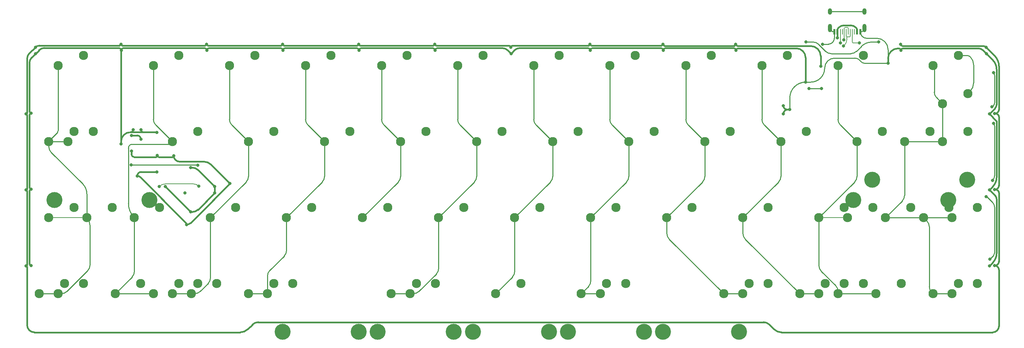
<source format=gbr>
%TF.GenerationSoftware,KiCad,Pcbnew,(7.0.0)*%
%TF.CreationDate,2024-04-22T22:07:44+02:00*%
%TF.ProjectId,forti,666f7274-692e-46b6-9963-61645f706362,rev?*%
%TF.SameCoordinates,Original*%
%TF.FileFunction,Copper,L1,Top*%
%TF.FilePolarity,Positive*%
%FSLAX46Y46*%
G04 Gerber Fmt 4.6, Leading zero omitted, Abs format (unit mm)*
G04 Created by KiCad (PCBNEW (7.0.0)) date 2024-04-22 22:07:44*
%MOMM*%
%LPD*%
G01*
G04 APERTURE LIST*
%TA.AperFunction,SMDPad,CuDef*%
%ADD10R,0.600000X1.450000*%
%TD*%
%TA.AperFunction,SMDPad,CuDef*%
%ADD11R,0.280000X1.450000*%
%TD*%
%TA.AperFunction,ComponentPad*%
%ADD12O,1.000000X2.100000*%
%TD*%
%TA.AperFunction,ComponentPad*%
%ADD13O,1.000000X1.600000*%
%TD*%
%TA.AperFunction,ComponentPad*%
%ADD14C,2.300000*%
%TD*%
%TA.AperFunction,ComponentPad*%
%ADD15C,4.000000*%
%TD*%
%TA.AperFunction,ViaPad*%
%ADD16C,0.800000*%
%TD*%
%TA.AperFunction,Conductor*%
%ADD17C,0.250000*%
%TD*%
%TA.AperFunction,Conductor*%
%ADD18C,0.200000*%
%TD*%
%TA.AperFunction,Conductor*%
%ADD19C,0.381000*%
%TD*%
G04 APERTURE END LIST*
D10*
%TO.P,J1,A1,GND*%
%TO.N,GND*%
X237519114Y-30238749D03*
%TO.P,J1,A4,VBUS*%
%TO.N,VBUS*%
X236719114Y-30238749D03*
D11*
%TO.P,J1,A5,CC1*%
%TO.N,/CC1*%
X235519114Y-30238749D03*
%TO.P,J1,A6,D+*%
%TO.N,D_USB_P*%
X234519114Y-30238749D03*
%TO.P,J1,A7,D-*%
%TO.N,D_USB_N*%
X234019114Y-30238749D03*
%TO.P,J1,A8,SBU1*%
%TO.N,unconnected-(J1-SBU1-PadA8)*%
X233019114Y-30238749D03*
D10*
%TO.P,J1,A9,VBUS*%
%TO.N,VBUS*%
X231819114Y-30238749D03*
%TO.P,J1,A12,GND*%
%TO.N,GND*%
X231019114Y-30238749D03*
%TO.P,J1,B1,GND*%
X231019114Y-30238749D03*
%TO.P,J1,B4,VBUS*%
%TO.N,VBUS*%
X231819114Y-30238749D03*
D11*
%TO.P,J1,B5,CC2*%
%TO.N,/CC2*%
X232519114Y-30238749D03*
%TO.P,J1,B6,D+*%
%TO.N,D_USB_P*%
X233519114Y-30238749D03*
%TO.P,J1,B7,D-*%
%TO.N,D_USB_N*%
X235019114Y-30238749D03*
%TO.P,J1,B8,SBU2*%
%TO.N,unconnected-(J1-SBU2-PadB8)*%
X236019114Y-30238749D03*
D10*
%TO.P,J1,B9,VBUS*%
%TO.N,VBUS*%
X236719114Y-30238749D03*
%TO.P,J1,B12,GND*%
%TO.N,GND*%
X237519114Y-30238749D03*
D12*
%TO.P,J1,S1,SHIELD*%
X238589114Y-29323749D03*
D13*
X238589114Y-25143749D03*
D12*
X229949114Y-29323749D03*
D13*
X229949114Y-25143749D03*
%TD*%
D14*
%TO.P,MX51,1,1*%
%TO.N,COL9*%
X227171250Y-95885000D03*
%TO.P,MX51,2,2*%
%TO.N,Net-(D45-A)*%
X233521250Y-93345000D03*
%TD*%
%TO.P,MX23,1,1*%
%TO.N,COL10*%
X236696250Y-57785000D03*
%TO.P,MX23,2,2*%
%TO.N,Net-(D23-A)*%
X243046250Y-55245000D03*
%TD*%
%TO.P,MX55,1,1*%
%TO.N,COL11*%
X255746250Y-95885000D03*
%TO.P,MX55,2,2*%
%TO.N,Net-(D47-A)*%
X262096250Y-93345000D03*
%TD*%
%TO.P,MX43,1,1*%
%TO.N,COL2*%
X70008750Y-95885000D03*
%TO.P,MX43,2,2*%
%TO.N,Net-(D39-A)*%
X76358750Y-93345000D03*
%TD*%
%TO.P,MXshift2.1,1,1*%
%TO.N,COL0*%
X43815000Y-76835000D03*
%TO.P,MXshift2.1,2,2*%
%TO.N,Net-(D25-A)*%
X50165000Y-74295000D03*
%TD*%
%TO.P,MX27,1,1*%
%TO.N,COL2*%
X74771250Y-76835000D03*
%TO.P,MX27,2,2*%
%TO.N,Net-(D27-A)*%
X81121250Y-74295000D03*
%TD*%
%TO.P,MX11,1,1*%
%TO.N,COL10*%
X231933750Y-38735000D03*
%TO.P,MX11,2,2*%
%TO.N,Net-(D11-A)*%
X238283750Y-36195000D03*
%TD*%
%TO.P,MX46,1,1*%
%TO.N,COL3*%
X84296250Y-95885000D03*
%TO.P,MX46,2,2*%
%TO.N,Net-(D40-A)*%
X90646250Y-93345000D03*
%TD*%
%TO.P,MXenter2.1,1,1*%
%TO.N,COL11*%
X248602500Y-57785000D03*
%TO.P,MXenter2.1,2,2*%
%TO.N,Net-(D24-A)*%
X254952500Y-55245000D03*
%TD*%
D15*
%TO.P,S2,*%
%TO.N,*%
X207168750Y-105410000D03*
X92868750Y-105410000D03*
%TD*%
D14*
%TO.P,MX49,1,1*%
%TO.N,COL8*%
X208121250Y-95885000D03*
%TO.P,MX49,2,2*%
%TO.N,Net-(D44-A)*%
X214471250Y-93345000D03*
%TD*%
%TO.P,MX31,1,1*%
%TO.N,COL6*%
X150971250Y-76835000D03*
%TO.P,MX31,2,2*%
%TO.N,Net-(D31-A)*%
X157321250Y-74295000D03*
%TD*%
%TO.P,MX16,1,1*%
%TO.N,COL3*%
X103346250Y-57785000D03*
%TO.P,MX16,2,2*%
%TO.N,Net-(D16-A)*%
X109696250Y-55245000D03*
%TD*%
%TO.P,MX38,1,1*%
%TO.N,COL11*%
X260508750Y-76835000D03*
%TO.P,MX38,2,2*%
%TO.N,Net-(D36-A)*%
X266858750Y-74295000D03*
%TD*%
%TO.P,MX35,1,1*%
%TO.N,COL10*%
X227171250Y-76835000D03*
%TO.P,MX35,2,2*%
%TO.N,Net-(D35-A)*%
X233521250Y-74295000D03*
%TD*%
%TO.P,MXsplit2.75(1)1,1,1*%
%TO.N,COL7*%
X167640000Y-95885000D03*
%TO.P,MXsplit2.75(1)1,2,2*%
%TO.N,Net-(D43-A)*%
X173990000Y-93345000D03*
%TD*%
D15*
%TO.P,shift2.2,*%
%TO.N,*%
X35718750Y-72390000D03*
X59531250Y-72390000D03*
%TD*%
D14*
%TO.P,MX8,1,1*%
%TO.N,COL7*%
X174783750Y-38735000D03*
%TO.P,MX8,2,2*%
%TO.N,Net-(D8-A)*%
X181133750Y-36195000D03*
%TD*%
%TO.P,MX13,1,1*%
%TO.N,COL0*%
X39052500Y-57785000D03*
%TO.P,MX13,2,2*%
%TO.N,Net-(D13-A)*%
X45402500Y-55245000D03*
%TD*%
%TO.P,MX32,1,1*%
%TO.N,COL7*%
X170021250Y-76835000D03*
%TO.P,MX32,2,2*%
%TO.N,Net-(D32-A)*%
X176371250Y-74295000D03*
%TD*%
%TO.P,MXISO1,1,1*%
%TO.N,COL11*%
X258127500Y-48260000D03*
%TO.P,MXISO1,2,2*%
%TO.N,Net-(D12-A)*%
X264477500Y-45720000D03*
%TD*%
%TO.P,MX21,1,1*%
%TO.N,COL8*%
X198596250Y-57785000D03*
%TO.P,MX21,2,2*%
%TO.N,Net-(D21-A)*%
X204946250Y-55245000D03*
%TD*%
%TO.P,MXsplit2.1,1,1*%
%TO.N,COL5*%
X124777500Y-95885000D03*
%TO.P,MXsplit2.1,2,2*%
%TO.N,Net-(D41-A)*%
X131127500Y-93345000D03*
%TD*%
%TO.P,MX4,1,1*%
%TO.N,COL3*%
X98583750Y-38735000D03*
%TO.P,MX4,2,2*%
%TO.N,Net-(D4-A)*%
X104933750Y-36195000D03*
%TD*%
%TO.P,MX45,1,1*%
%TO.N,COL3*%
X89058750Y-95885000D03*
%TO.P,MX45,2,2*%
%TO.N,Net-(D40-A)*%
X95408750Y-93345000D03*
%TD*%
%TO.P,MX30,1,1*%
%TO.N,COL5*%
X131921250Y-76835000D03*
%TO.P,MX30,2,2*%
%TO.N,Net-(D30-A)*%
X138271250Y-74295000D03*
%TD*%
%TO.P,MX1,1,1*%
%TO.N,COL0*%
X36671250Y-38735000D03*
%TO.P,MX1,2,2*%
%TO.N,Net-(D1-A)*%
X43021250Y-36195000D03*
%TD*%
%TO.P,MX34,1,1*%
%TO.N,COL9*%
X208121250Y-76835000D03*
%TO.P,MX34,2,2*%
%TO.N,Net-(D34-A)*%
X214471250Y-74295000D03*
%TD*%
%TO.P,MX25,1,1*%
%TO.N,COL0*%
X34290000Y-76835000D03*
%TO.P,MX25,2,2*%
%TO.N,Net-(D25-A)*%
X40640000Y-74295000D03*
%TD*%
D15*
%TO.P,enter2.1,*%
%TO.N,*%
X264318750Y-67310000D03*
X240506250Y-67310000D03*
%TD*%
D14*
%TO.P,MX29,1,1*%
%TO.N,COL4*%
X112871250Y-76835000D03*
%TO.P,MX29,2,2*%
%TO.N,Net-(D29-A)*%
X119221250Y-74295000D03*
%TD*%
%TO.P,MX53,1,1*%
%TO.N,COL10*%
X231933750Y-95885000D03*
%TO.P,MX53,2,2*%
%TO.N,Net-(D46-A)*%
X238283750Y-93345000D03*
%TD*%
%TO.P,MX22,1,1*%
%TO.N,COL9*%
X217646250Y-57785000D03*
%TO.P,MX22,2,2*%
%TO.N,Net-(D22-A)*%
X223996250Y-55245000D03*
%TD*%
%TO.P,MX17,1,1*%
%TO.N,COL4*%
X122396250Y-57785000D03*
%TO.P,MX17,2,2*%
%TO.N,Net-(D17-A)*%
X128746250Y-55245000D03*
%TD*%
%TO.P,MX47,1,1*%
%TO.N,COL6*%
X146208750Y-95885000D03*
%TO.P,MX47,2,2*%
%TO.N,Net-(D42-A)*%
X152558750Y-93345000D03*
%TD*%
D15*
%TO.P,S1,*%
%TO.N,*%
X135731250Y-105410000D03*
X111918750Y-105410000D03*
%TD*%
D14*
%TO.P,MX44,1,1*%
%TO.N,COL2*%
X65246250Y-95885000D03*
%TO.P,MX44,2,2*%
%TO.N,Net-(D39-A)*%
X71596250Y-93345000D03*
%TD*%
%TO.P,MX36,1,1*%
%TO.N,COL10*%
X234315000Y-76835000D03*
%TO.P,MX36,2,2*%
%TO.N,Net-(D35-A)*%
X240665000Y-74295000D03*
%TD*%
%TO.P,MX26,1,1*%
%TO.N,COL1*%
X55721250Y-76835000D03*
%TO.P,MX26,2,2*%
%TO.N,Net-(D26-A)*%
X62071250Y-74295000D03*
%TD*%
%TO.P,MX3,1,1*%
%TO.N,COL2*%
X79533750Y-38735000D03*
%TO.P,MX3,2,2*%
%TO.N,Net-(D3-A)*%
X85883750Y-36195000D03*
%TD*%
D15*
%TO.P,S4,*%
%TO.N,*%
X188118750Y-105410000D03*
X164306250Y-105410000D03*
%TD*%
D14*
%TO.P,MX37,1,1*%
%TO.N,COL11*%
X253365000Y-76835000D03*
%TO.P,MX37,2,2*%
%TO.N,Net-(D36-A)*%
X259715000Y-74295000D03*
%TD*%
%TO.P,MX24,1,1*%
%TO.N,COL11*%
X258127500Y-57785000D03*
%TO.P,MX24,2,2*%
%TO.N,Net-(D24-A)*%
X264477500Y-55245000D03*
%TD*%
D15*
%TO.P,S3,*%
%TO.N,*%
X183356250Y-105410000D03*
X159543750Y-105410000D03*
%TD*%
D14*
%TO.P,MX42,1,1*%
%TO.N,COL1*%
X60483750Y-95885000D03*
%TO.P,MX42,2,2*%
%TO.N,Net-(D38-A)*%
X66833750Y-93345000D03*
%TD*%
%TO.P,MX33,1,1*%
%TO.N,COL8*%
X189071250Y-76835000D03*
%TO.P,MX33,2,2*%
%TO.N,Net-(D33-A)*%
X195421250Y-74295000D03*
%TD*%
%TO.P,MX5,1,1*%
%TO.N,COL4*%
X117633750Y-38735000D03*
%TO.P,MX5,2,2*%
%TO.N,Net-(D5-A)*%
X123983750Y-36195000D03*
%TD*%
%TO.P,MX50,1,1*%
%TO.N,COL9*%
X222408750Y-95885000D03*
%TO.P,MX50,2,2*%
%TO.N,Net-(D45-A)*%
X228758750Y-93345000D03*
%TD*%
D15*
%TO.P,S5,*%
%TO.N,*%
X140493750Y-105410000D03*
X116681250Y-105410000D03*
%TD*%
D14*
%TO.P,MXsplit2.25(1)1,1,1*%
%TO.N,COL5*%
X120015000Y-95885000D03*
%TO.P,MXsplit2.25(1)1,2,2*%
%TO.N,Net-(D41-A)*%
X126365000Y-93345000D03*
%TD*%
%TO.P,MX28,1,1*%
%TO.N,COL3*%
X93821250Y-76835000D03*
%TO.P,MX28,2,2*%
%TO.N,Net-(D28-A)*%
X100171250Y-74295000D03*
%TD*%
%TO.P,MX18,1,1*%
%TO.N,COL5*%
X141446250Y-57785000D03*
%TO.P,MX18,2,2*%
%TO.N,Net-(D18-A)*%
X147796250Y-55245000D03*
%TD*%
%TO.P,MXcaps1,1,1*%
%TO.N,COL0*%
X34290000Y-57785000D03*
%TO.P,MXcaps1,2,2*%
%TO.N,Net-(D13-A)*%
X40640000Y-55245000D03*
%TD*%
%TO.P,MX40,1,1*%
%TO.N,COL0*%
X36671250Y-95885000D03*
%TO.P,MX40,2,2*%
%TO.N,Net-(D37-A)*%
X43021250Y-93345000D03*
%TD*%
%TO.P,MX15,1,1*%
%TO.N,COL2*%
X84296250Y-57785000D03*
%TO.P,MX15,2,2*%
%TO.N,Net-(D15-A)*%
X90646250Y-55245000D03*
%TD*%
%TO.P,MX54,1,1*%
%TO.N,COL11*%
X260508750Y-95885000D03*
%TO.P,MX54,2,2*%
%TO.N,Net-(D47-A)*%
X266858750Y-93345000D03*
%TD*%
%TO.P,MX39,1,1*%
%TO.N,COL0*%
X31908750Y-95885000D03*
%TO.P,MX39,2,2*%
%TO.N,Net-(D37-A)*%
X38258750Y-93345000D03*
%TD*%
D15*
%TO.P,shift2.1,*%
%TO.N,*%
X235743750Y-72390000D03*
X259556250Y-72390000D03*
%TD*%
D14*
%TO.P,MX10,1,1*%
%TO.N,COL9*%
X212883750Y-38735000D03*
%TO.P,MX10,2,2*%
%TO.N,Net-(D10-A)*%
X219233750Y-36195000D03*
%TD*%
%TO.P,MX9,1,1*%
%TO.N,COL8*%
X193833750Y-38735000D03*
%TO.P,MX9,2,2*%
%TO.N,Net-(D9-A)*%
X200183750Y-36195000D03*
%TD*%
%TO.P,MX52,1,1*%
%TO.N,COL10*%
X241458750Y-95885000D03*
%TO.P,MX52,2,2*%
%TO.N,Net-(D46-A)*%
X247808750Y-93345000D03*
%TD*%
%TO.P,MX20,1,1*%
%TO.N,COL7*%
X179546250Y-57785000D03*
%TO.P,MX20,2,2*%
%TO.N,Net-(D20-A)*%
X185896250Y-55245000D03*
%TD*%
%TO.P,MX6,1,1*%
%TO.N,COL5*%
X136683750Y-38735000D03*
%TO.P,MX6,2,2*%
%TO.N,Net-(D6-A)*%
X143033750Y-36195000D03*
%TD*%
%TO.P,MXshift2.2,1,1*%
%TO.N,COL11*%
X243840000Y-76835000D03*
%TO.P,MXshift2.2,2,2*%
%TO.N,Net-(D36-A)*%
X250190000Y-74295000D03*
%TD*%
%TO.P,MX12,1,1*%
%TO.N,COL11*%
X255746250Y-38735000D03*
%TO.P,MX12,2,2*%
%TO.N,Net-(D12-A)*%
X262096250Y-36195000D03*
%TD*%
%TO.P,MX19,1,1*%
%TO.N,COL6*%
X160496250Y-57785000D03*
%TO.P,MX19,2,2*%
%TO.N,Net-(D19-A)*%
X166846250Y-55245000D03*
%TD*%
%TO.P,MXsplit2.2,1,1*%
%TO.N,COL7*%
X172402500Y-95885000D03*
%TO.P,MXsplit2.2,2,2*%
%TO.N,Net-(D43-A)*%
X178752500Y-93345000D03*
%TD*%
%TO.P,MX7,1,1*%
%TO.N,COL6*%
X155733750Y-38735000D03*
%TO.P,MX7,2,2*%
%TO.N,Net-(D7-A)*%
X162083750Y-36195000D03*
%TD*%
%TO.P,MX14,1,1*%
%TO.N,COL1*%
X65246250Y-57785000D03*
%TO.P,MX14,2,2*%
%TO.N,Net-(D14-A)*%
X71596250Y-55245000D03*
%TD*%
%TO.P,MX48,1,1*%
%TO.N,COL8*%
X203358750Y-95885000D03*
%TO.P,MX48,2,2*%
%TO.N,Net-(D44-A)*%
X209708750Y-93345000D03*
%TD*%
%TO.P,MX41,1,1*%
%TO.N,COL1*%
X50958750Y-95885000D03*
%TO.P,MX41,2,2*%
%TO.N,Net-(D38-A)*%
X57308750Y-93345000D03*
%TD*%
%TO.P,MX2,1,1*%
%TO.N,COL1*%
X60483750Y-38735000D03*
%TO.P,MX2,2,2*%
%TO.N,Net-(D2-A)*%
X66833750Y-36195000D03*
%TD*%
D16*
%TO.N,ROW0*%
X227806250Y-44450000D03*
X224635000Y-44450000D03*
%TO.N,ROW1*%
X71558211Y-63675454D03*
X54956738Y-63571782D03*
%TO.N,GND*%
X223837500Y-42862500D03*
X247684500Y-34925000D03*
X131003250Y-34925000D03*
X29883814Y-50642812D03*
X61383494Y-65360784D03*
X218273122Y-48819724D03*
X30990750Y-35718750D03*
X61335259Y-55462097D03*
X228041575Y-33343854D03*
X92903250Y-34925000D03*
X52411566Y-58375816D03*
X29883814Y-69692812D03*
X29883814Y-88865500D03*
X269875000Y-69884500D03*
X269115750Y-35718750D03*
X55007705Y-60122198D03*
X73853250Y-34925000D03*
X269875000Y-88934500D03*
X244475000Y-38100000D03*
X111953250Y-34925000D03*
X52422000Y-34925000D03*
X219874863Y-49742270D03*
X68408159Y-70640483D03*
X57354816Y-54768750D03*
X65570925Y-61316672D03*
X269875000Y-50834500D03*
X206409500Y-34925000D03*
X79670438Y-68278415D03*
X150053250Y-35718750D03*
X61475875Y-61238510D03*
X188153250Y-34925000D03*
X55405816Y-54768750D03*
X68830511Y-78563503D03*
X169897000Y-34925000D03*
X56445750Y-66353872D03*
X218281250Y-50800000D03*
%TO.N,+5V*%
X55025604Y-56208449D03*
X269046750Y-34131250D03*
X149984250Y-34131250D03*
X227618366Y-38893750D03*
X57354816Y-57173331D03*
X52353000Y-33337500D03*
X188084250Y-33337500D03*
X247615500Y-33337500D03*
X28575000Y-50834500D03*
X169828000Y-33337500D03*
X73784250Y-33337500D03*
X28575000Y-69884500D03*
X271188102Y-88843284D03*
X92834250Y-33337500D03*
X130934250Y-33337500D03*
X28575000Y-88934500D03*
X30921750Y-34131250D03*
X111884250Y-33337500D03*
X271175292Y-50765500D03*
X206340500Y-33337500D03*
X271164078Y-69815500D03*
%TO.N,+3V3*%
X69850000Y-64293750D03*
X69850000Y-75406250D03*
X63500000Y-69056250D03*
X75828969Y-69056250D03*
X75828969Y-70643750D03*
%TO.N,VBUS*%
X231805189Y-31791019D03*
%TO.N,/CC1*%
X237331250Y-33037500D03*
%TO.N,D_USB_P*%
X233362500Y-32243750D03*
%TO.N,D_USB_N*%
X233334389Y-33825379D03*
%TO.N,/CC2*%
X232568750Y-33037500D03*
%TO.N,BOOT0*%
X71850104Y-68930176D03*
X61912500Y-69056250D03*
%TO.N,Net-(LED13-DOUT)*%
X223871660Y-32817034D03*
X242122573Y-32818685D03*
%TO.N,Net-(LED15-DOUT)*%
X270885250Y-40481250D03*
X270495777Y-49011973D03*
%TO.N,Net-(LED16-DOUT)*%
X270885250Y-53181250D03*
X270668750Y-67468750D03*
%TO.N,Net-(LED17-DOUT)*%
X269960000Y-87218558D03*
X269081250Y-71531750D03*
%TD*%
D17*
%TO.N,ROW0*%
X224635000Y-44450000D02*
X227806250Y-44450000D01*
%TO.N,Net-(D12-A)*%
X265906250Y-38516476D02*
X265906250Y-43056465D01*
X265033125Y-45164375D02*
X264477500Y-45720000D01*
X262096250Y-36195000D02*
X264258294Y-36195000D01*
X265906259Y-38516476D02*
G75*
G03*
X265086814Y-36538186I-2797759J-24D01*
G01*
X265033146Y-45164396D02*
G75*
G03*
X265906250Y-43056465I-2107946J2107896D01*
G01*
X265086817Y-36538183D02*
G75*
G03*
X264258294Y-36195000I-828517J-828517D01*
G01*
%TO.N,ROW1*%
X71451507Y-63568750D02*
X71558211Y-63675454D01*
X55041176Y-63568750D02*
X71451507Y-63568750D01*
X55041176Y-63568750D02*
X54964057Y-63568750D01*
X54964057Y-63568720D02*
G75*
G03*
X54956738Y-63571782I43J-10380D01*
G01*
%TO.N,COL0*%
X44022963Y-90120787D02*
X38844536Y-95299214D01*
X34290000Y-57785000D02*
X39052500Y-57785000D01*
X43815000Y-70861007D02*
X43815000Y-76835000D01*
X36446495Y-55496495D02*
X34383346Y-57559644D01*
X36671250Y-95885000D02*
X31908750Y-95885000D01*
D18*
X34290000Y-76835000D02*
X43815000Y-76835000D01*
D17*
X34290000Y-57785000D02*
X34290000Y-59036704D01*
X44608750Y-78751282D02*
X44608750Y-88706573D01*
X31908750Y-95885000D02*
X37430323Y-95885000D01*
X34875787Y-60450918D02*
X42774934Y-68350066D01*
X36671250Y-38735000D02*
X36671250Y-54953889D01*
X34383346Y-57559644D02*
G75*
G03*
X34290000Y-57785000I225354J-225356D01*
G01*
X43814996Y-70861007D02*
G75*
G03*
X42774933Y-68350067I-3550996J7D01*
G01*
X34289998Y-59036704D02*
G75*
G03*
X34875788Y-60450917I2000002J4D01*
G01*
X44608757Y-78751282D02*
G75*
G03*
X43815000Y-76835000I-2710057J-18D01*
G01*
X37430323Y-95885016D02*
G75*
G03*
X38844536Y-95299214I-23J2000016D01*
G01*
X36446498Y-55496498D02*
G75*
G03*
X36671250Y-54953889I-542598J542598D01*
G01*
X44022966Y-90120790D02*
G75*
G03*
X44608750Y-88706573I-1414166J1414190D01*
G01*
%TO.N,COL1*%
X54231738Y-73239000D02*
X54231738Y-59391482D01*
X60483750Y-95885000D02*
X50958750Y-95885000D01*
X60483750Y-38735000D02*
X60483750Y-52194073D01*
X55135463Y-91708287D02*
X50958750Y-95885000D01*
X55721250Y-76835000D02*
X55721250Y-90294073D01*
X61069537Y-53608287D02*
X65246250Y-57785000D01*
X55203220Y-58420000D02*
X64611250Y-58420000D01*
X54231724Y-73239000D02*
G75*
G03*
X55721250Y-76835000I5085476J0D01*
G01*
X55203220Y-58420038D02*
G75*
G03*
X54231738Y-59391482I-20J-971462D01*
G01*
X60483755Y-52194073D02*
G75*
G03*
X61069537Y-53608287I1999945J-27D01*
G01*
X55135466Y-91708290D02*
G75*
G03*
X55721250Y-90294073I-1414166J1414190D01*
G01*
X64611250Y-58419950D02*
G75*
G03*
X65246250Y-57785000I50J634950D01*
G01*
%TO.N,COL2*%
X74185463Y-93334632D02*
X72220881Y-95299214D01*
X80119537Y-53608287D02*
X84296250Y-57785000D01*
X74771250Y-76835000D02*
X74771250Y-91920418D01*
X70008750Y-95885000D02*
X65246250Y-95885000D01*
X84296250Y-57785000D02*
X84296250Y-66481573D01*
X83710463Y-67895787D02*
X74771250Y-76835000D01*
X79533750Y-38735000D02*
X79533750Y-52194073D01*
X70806668Y-95885000D02*
X70008750Y-95885000D01*
X79533755Y-52194073D02*
G75*
G03*
X80119537Y-53608287I1999945J-27D01*
G01*
X70806668Y-95884977D02*
G75*
G03*
X72220881Y-95299214I32J1999977D01*
G01*
X83710466Y-67895790D02*
G75*
G03*
X84296250Y-66481573I-1414166J1414190D01*
G01*
X74185444Y-93334613D02*
G75*
G03*
X74771250Y-91920418I-1414144J1414213D01*
G01*
%TO.N,COL3*%
X99169537Y-53608287D02*
X103346250Y-57785000D01*
X93235463Y-86453156D02*
X89644536Y-90044083D01*
X98583750Y-38735000D02*
X98583750Y-52194073D01*
X93821250Y-76835000D02*
X93821250Y-85038942D01*
X103346250Y-57785000D02*
X103346250Y-66481573D01*
X89058750Y-95885000D02*
X84296250Y-95885000D01*
X89058750Y-91458296D02*
X89058750Y-95885000D01*
X102760463Y-67895787D02*
X93821250Y-76835000D01*
X93235432Y-86453125D02*
G75*
G03*
X93821250Y-85038942I-1414132J1414225D01*
G01*
X102760466Y-67895790D02*
G75*
G03*
X103346250Y-66481573I-1414166J1414190D01*
G01*
X89644548Y-90044095D02*
G75*
G03*
X89058750Y-91458296I1414152J-1414205D01*
G01*
X98583755Y-52194073D02*
G75*
G03*
X99169537Y-53608287I1999945J-27D01*
G01*
%TO.N,COL4*%
X117633750Y-38735000D02*
X117633750Y-52194073D01*
X118219537Y-53608287D02*
X122396250Y-57785000D01*
X121810463Y-67895787D02*
X112871250Y-76835000D01*
X122396250Y-57785000D02*
X122396250Y-66481573D01*
X117633755Y-52194073D02*
G75*
G03*
X118219537Y-53608287I1999945J-27D01*
G01*
X121810466Y-67895790D02*
G75*
G03*
X122396250Y-66481573I-1414166J1414190D01*
G01*
%TO.N,COL5*%
X124777500Y-95885000D02*
X120015000Y-95885000D01*
X131335463Y-90953382D02*
X126989631Y-95299214D01*
X141446250Y-57785000D02*
X141446250Y-66481573D01*
X137269537Y-53608287D02*
X141446250Y-57785000D01*
X131921250Y-76835000D02*
X131921250Y-89539168D01*
X125575418Y-95885000D02*
X124777500Y-95885000D01*
X140860463Y-67895787D02*
X131921250Y-76835000D01*
X136683750Y-38735000D02*
X136683750Y-52194073D01*
X125575418Y-95885012D02*
G75*
G03*
X126989631Y-95299214I-18J2000012D01*
G01*
X131335469Y-90953388D02*
G75*
G03*
X131921250Y-89539168I-1414169J1414188D01*
G01*
X136683755Y-52194073D02*
G75*
G03*
X137269537Y-53608287I1999945J-27D01*
G01*
X140860466Y-67895790D02*
G75*
G03*
X141446250Y-66481573I-1414166J1414190D01*
G01*
%TO.N,COL6*%
X150385463Y-91708287D02*
X146208750Y-95885000D01*
X150971250Y-76835000D02*
X150971250Y-90294073D01*
X159910463Y-67895787D02*
X150971250Y-76835000D01*
X156319537Y-53608287D02*
X160496250Y-57785000D01*
X155733750Y-38735000D02*
X155733750Y-52194073D01*
X160496250Y-57785000D02*
X160496250Y-66481573D01*
X150385466Y-91708290D02*
G75*
G03*
X150971250Y-90294073I-1414166J1414190D01*
G01*
X155733755Y-52194073D02*
G75*
G03*
X156319537Y-53608287I1999945J-27D01*
G01*
X159910466Y-67895790D02*
G75*
G03*
X160496250Y-66481573I-1414166J1414190D01*
G01*
%TO.N,COL7*%
X175369537Y-53608287D02*
X179546250Y-57785000D01*
X178960463Y-67895787D02*
X170021250Y-76835000D01*
X170021250Y-76835000D02*
X170021250Y-92675323D01*
X174783750Y-38735000D02*
X174783750Y-52194073D01*
X179546250Y-57785000D02*
X179546250Y-66481573D01*
X167640000Y-95885000D02*
X172402500Y-95885000D01*
X169435463Y-94089537D02*
X167640000Y-95885000D01*
X169435441Y-94089515D02*
G75*
G03*
X170021250Y-92675323I-1414141J1414215D01*
G01*
X174783755Y-52194073D02*
G75*
G03*
X175369537Y-53608287I1999945J-27D01*
G01*
X178960466Y-67895790D02*
G75*
G03*
X179546250Y-66481573I-1414166J1414190D01*
G01*
%TO.N,COL8*%
X198596250Y-57785000D02*
X198596250Y-66481573D01*
X203358750Y-95885000D02*
X208121250Y-95885000D01*
X189657037Y-82183287D02*
X203358750Y-95885000D01*
X193833750Y-38735000D02*
X193833750Y-52194073D01*
X194419537Y-53608287D02*
X198596250Y-57785000D01*
X198010463Y-67895787D02*
X189071250Y-76835000D01*
X189071250Y-76835000D02*
X189071250Y-80769073D01*
X189071255Y-80769073D02*
G75*
G03*
X189657037Y-82183287I1999945J-27D01*
G01*
X193833755Y-52194073D02*
G75*
G03*
X194419537Y-53608287I1999945J-27D01*
G01*
X198010466Y-67895790D02*
G75*
G03*
X198596250Y-66481573I-1414166J1414190D01*
G01*
%TO.N,COL9*%
X208121250Y-76835000D02*
X208121250Y-80769073D01*
X217646250Y-57785000D02*
X217646250Y-66481573D01*
X217060463Y-67895787D02*
X208121250Y-76835000D01*
X212883750Y-38735000D02*
X212883750Y-52194073D01*
X222408750Y-95885000D02*
X227171250Y-95885000D01*
X213469537Y-53608287D02*
X217646250Y-57785000D01*
X208707037Y-82183287D02*
X222408750Y-95885000D01*
X217060466Y-67895790D02*
G75*
G03*
X217646250Y-66481573I-1414166J1414190D01*
G01*
X212883755Y-52194073D02*
G75*
G03*
X213469537Y-53608287I1999945J-27D01*
G01*
X208121255Y-80769073D02*
G75*
G03*
X208707037Y-82183287I1999945J-27D01*
G01*
%TO.N,COL10*%
X227757037Y-90257321D02*
X231347964Y-93848248D01*
X236110463Y-67895787D02*
X227171250Y-76835000D01*
X231933750Y-38735000D02*
X231933750Y-52194073D01*
X231933750Y-95885000D02*
X241458750Y-95885000D01*
D18*
X227171250Y-76835000D02*
X234315000Y-76835000D01*
D17*
X231933750Y-95262461D02*
X231933750Y-95885000D01*
X236696250Y-57785000D02*
X236696250Y-66481573D01*
X227171250Y-76835000D02*
X227171250Y-88843107D01*
X232519537Y-53608287D02*
X236696250Y-57785000D01*
X231933755Y-52194073D02*
G75*
G03*
X232519537Y-53608287I1999945J-27D01*
G01*
X227171231Y-88843107D02*
G75*
G03*
X227757037Y-90257321I1999969J7D01*
G01*
X236110466Y-67895790D02*
G75*
G03*
X236696250Y-66481573I-1414166J1414190D01*
G01*
X231933792Y-95262461D02*
G75*
G03*
X231347964Y-93848248I-1999992J-39D01*
G01*
%TO.N,COL11*%
X248602500Y-57785000D02*
X248602500Y-71244073D01*
X256051400Y-45355473D02*
X256051400Y-39687500D01*
X254806100Y-79104527D02*
X254806100Y-94116423D01*
X243840000Y-76835000D02*
X253365000Y-76835000D01*
X256051400Y-39687500D02*
X256051400Y-38735000D01*
X248016713Y-72658287D02*
X243840000Y-76835000D01*
X255391887Y-95530637D02*
X255746250Y-95885000D01*
X253365000Y-76835000D02*
X254220314Y-77690314D01*
X256637187Y-46769687D02*
X258127500Y-48260000D01*
X255746250Y-95885000D02*
X260508750Y-95885000D01*
X253365000Y-76835000D02*
X260508750Y-76835000D01*
X248602500Y-57785000D02*
X258127500Y-57785000D01*
X258127500Y-48260000D02*
X258127500Y-57785000D01*
X254806080Y-79104527D02*
G75*
G03*
X254220313Y-77690315I-1999980J27D01*
G01*
X254806084Y-94116423D02*
G75*
G03*
X255391887Y-95530637I2000016J23D01*
G01*
X256051420Y-45355473D02*
G75*
G03*
X256637188Y-46769686I1999980J-27D01*
G01*
X248016727Y-72658301D02*
G75*
G03*
X248602500Y-71244073I-1414227J1414201D01*
G01*
D19*
%TO.N,GND*%
X61291111Y-55417949D02*
X57943750Y-55417949D01*
X79670438Y-68278415D02*
X71434426Y-76514426D01*
X223837500Y-42862500D02*
X223837500Y-36762969D01*
D17*
X237519115Y-30238750D02*
X237674115Y-30238750D01*
X244475000Y-38100000D02*
X238514178Y-38100000D01*
D19*
X72409094Y-34309094D02*
X73237344Y-34309094D01*
X219338980Y-49742270D02*
X219874863Y-49742270D01*
D17*
X231019115Y-30238750D02*
X231019115Y-31872239D01*
X236163100Y-36830000D02*
X231140000Y-36830000D01*
D19*
X72405476Y-34305653D02*
X53041347Y-34305653D01*
X152287183Y-34313244D02*
X169285244Y-34313244D01*
D17*
X237408362Y-37405577D02*
X237306324Y-37303539D01*
D19*
X248209720Y-34399780D02*
X265906250Y-34399780D01*
X268304750Y-34907750D02*
X269115750Y-35718750D01*
X150053250Y-35718750D02*
X150872969Y-34899031D01*
D17*
X223837500Y-42862500D02*
X225107500Y-42862500D01*
D19*
X31767250Y-34942250D02*
X31835140Y-34874360D01*
X111953250Y-34925000D02*
X111913995Y-34885745D01*
X29450635Y-51075991D02*
X29450635Y-69259633D01*
X31767250Y-34942250D02*
X30990750Y-35718750D01*
X269875000Y-50834500D02*
X271240025Y-49469475D01*
X269875000Y-50834500D02*
X271675250Y-52634750D01*
X110499984Y-34299984D02*
X110503444Y-34303444D01*
X29446365Y-70130261D02*
X29446365Y-88428051D01*
X112556950Y-34321300D02*
X130399550Y-34321300D01*
X270686000Y-69073500D02*
X269875000Y-69884500D01*
X52411566Y-57704551D02*
X52411566Y-57943750D01*
X57354816Y-54768750D02*
X57354816Y-54829015D01*
X74911011Y-63518989D02*
X79670438Y-68278415D01*
D17*
X229547500Y-33343854D02*
X228041575Y-33343854D01*
D19*
X110503444Y-34303444D02*
X111331694Y-34303444D01*
X33249354Y-34288573D02*
X51785573Y-34288573D01*
D17*
X237811884Y-37809100D02*
X237408362Y-37405577D01*
X231019115Y-30238750D02*
X230864115Y-30238750D01*
D19*
X54768750Y-55417949D02*
X54698168Y-55417949D01*
X271288816Y-71298316D02*
X269875000Y-69884500D01*
D17*
X238589115Y-25143750D02*
X229949115Y-25143750D01*
D19*
X271675250Y-48418750D02*
X271675250Y-39714595D01*
X247159280Y-34399780D02*
X247010456Y-34399780D01*
X170512551Y-34309449D02*
X187537699Y-34309449D01*
X57173464Y-66651536D02*
X68650255Y-78128327D01*
X265906250Y-34399780D02*
X267078402Y-34399780D01*
X73853250Y-34925000D02*
X73819689Y-34891439D01*
X61877865Y-61640500D02*
X65247097Y-61640500D01*
X54973355Y-60917299D02*
X54973355Y-60156548D01*
X52411566Y-34950189D02*
X52411566Y-57943750D01*
D17*
X219874863Y-49742270D02*
X219874863Y-46825137D01*
D19*
X270675064Y-37299936D02*
X269131216Y-35756088D01*
X31767250Y-34942250D02*
X30031667Y-36677833D01*
X29445881Y-38092046D02*
X29445881Y-50204879D01*
X110499782Y-34299959D02*
X93528291Y-34299959D01*
X57943750Y-55417949D02*
X54768750Y-55417949D01*
D17*
X239161645Y-31881280D02*
X241662835Y-31881280D01*
D19*
X271675250Y-52634750D02*
X271675250Y-66685240D01*
X61475875Y-61238510D02*
X61475875Y-61263979D01*
X52411566Y-57943750D02*
X52411566Y-58375816D01*
X269875000Y-88934500D02*
X270686000Y-88123500D01*
X150053250Y-35718750D02*
X149244917Y-34910417D01*
X219195668Y-49742270D02*
X219874863Y-49742270D01*
D17*
X244475000Y-34693445D02*
X244475000Y-38100000D01*
D19*
X244475000Y-38100000D02*
X244475000Y-36935236D01*
X271675250Y-85735240D02*
X271675250Y-72231250D01*
X74468801Y-34309449D02*
X92287699Y-34309449D01*
X56445750Y-66353872D02*
X56454840Y-66353872D01*
X71434426Y-76514426D02*
X69777679Y-78171173D01*
X55405816Y-54768750D02*
X55405816Y-54780883D01*
X61335259Y-55462097D02*
X61291111Y-55417949D01*
X147830704Y-34324631D02*
X131603619Y-34324631D01*
D17*
X52411566Y-58375816D02*
X52411566Y-57797182D01*
D19*
X57438838Y-65360784D02*
X61383494Y-65360784D01*
X61088102Y-61651752D02*
X55707808Y-61651752D01*
X221456561Y-34382030D02*
X206952470Y-34382030D01*
X72405684Y-34305684D02*
X72409094Y-34309094D01*
X188741767Y-34336483D02*
X205820983Y-34336483D01*
X67035535Y-62781282D02*
X73130029Y-62781282D01*
X188741767Y-34336450D02*
G75*
G03*
X188153250Y-34925000I33J-588550D01*
G01*
X112556950Y-34321250D02*
G75*
G03*
X111953250Y-34925000I50J-603750D01*
G01*
X54768750Y-55417916D02*
G75*
G03*
X55405816Y-54780883I50J637016D01*
G01*
X111953256Y-34925000D02*
G75*
G03*
X111331694Y-34303444I-621556J0D01*
G01*
X170512551Y-34309400D02*
G75*
G03*
X169897000Y-34925000I49J-615600D01*
G01*
X188153251Y-34925000D02*
G75*
G03*
X187537699Y-34309449I-615551J0D01*
G01*
X29883814Y-69692865D02*
G75*
G03*
X29446365Y-70130261I-14J-437435D01*
G01*
D17*
X225107500Y-42862500D02*
G75*
G03*
X228600000Y-39370000I0J3492500D01*
G01*
D19*
X269115770Y-35718750D02*
G75*
G03*
X269131216Y-35756088I52730J-50D01*
G01*
X55007705Y-60122155D02*
G75*
G03*
X54973355Y-60156548I-5J-34345D01*
G01*
X33249354Y-34288549D02*
G75*
G03*
X31835140Y-34874360I46J-2000051D01*
G01*
D17*
X231140000Y-36830000D02*
G75*
G03*
X228600000Y-39370000I0J-2540000D01*
G01*
D19*
X61475900Y-61238510D02*
G75*
G03*
X61877865Y-61640500I402000J10D01*
G01*
X57354851Y-54829015D02*
G75*
G03*
X57943750Y-55417949I588949J15D01*
G01*
D17*
X229547500Y-33343815D02*
G75*
G03*
X231019115Y-31872239I0J1471615D01*
G01*
D19*
X29450588Y-69259633D02*
G75*
G03*
X29883814Y-69692812I433212J33D01*
G01*
D17*
X237674115Y-30238815D02*
G75*
G03*
X238589115Y-29323750I-15J915015D01*
G01*
D19*
X61088102Y-61651775D02*
G75*
G03*
X61475875Y-61263979I-2J387775D01*
G01*
D17*
X229949150Y-29323750D02*
G75*
G03*
X230864115Y-30238750I914950J-50D01*
G01*
D19*
X149244909Y-34910425D02*
G75*
G03*
X147830704Y-34324631I-1414209J-1414175D01*
G01*
X218273130Y-48819724D02*
G75*
G03*
X219195668Y-49742270I922570J24D01*
G01*
D17*
X223837500Y-42862463D02*
G75*
G03*
X219874863Y-46825137I0J-3962637D01*
G01*
X244474920Y-34693445D02*
G75*
G03*
X241662835Y-31881280I-2812120J45D01*
G01*
D19*
X52422027Y-34925000D02*
G75*
G03*
X51785573Y-34288573I-636427J0D01*
G01*
X270685989Y-88123489D02*
G75*
G03*
X271675250Y-85735240I-2388289J2388289D01*
G01*
X68830514Y-78563503D02*
G75*
G03*
X68650254Y-78128328I-615414J3D01*
G01*
X73853206Y-34925000D02*
G75*
G03*
X73237344Y-34309094I-615906J0D01*
G01*
X271675290Y-72231250D02*
G75*
G03*
X271288816Y-71298316I-1319390J-50D01*
G01*
D17*
X237811894Y-37809090D02*
G75*
G03*
X238514178Y-38100000I702306J702290D01*
G01*
D19*
X219338980Y-49742250D02*
G75*
G03*
X218281250Y-50800000I20J-1057750D01*
G01*
X74468801Y-34309450D02*
G75*
G03*
X73853250Y-34925000I-1J-615550D01*
G01*
X93528291Y-34299950D02*
G75*
G03*
X92903250Y-34925000I9J-625050D01*
G01*
X29883814Y-50642835D02*
G75*
G03*
X29450635Y-51075991I-14J-433165D01*
G01*
X271240050Y-49469500D02*
G75*
G03*
X271675250Y-48418750I-1050750J1050700D01*
G01*
X268304749Y-34907751D02*
G75*
G03*
X267078402Y-34399780I-1226349J-1226349D01*
G01*
X270685989Y-69073489D02*
G75*
G03*
X271675250Y-66685240I-2388289J2388289D01*
G01*
X57438838Y-65360850D02*
G75*
G03*
X56445750Y-66353872I-38J-993050D01*
G01*
X74911003Y-63518997D02*
G75*
G03*
X73130029Y-62781282I-1781003J-1781003D01*
G01*
X223837570Y-36762969D02*
G75*
G03*
X221456561Y-34382030I-2380970J-31D01*
G01*
X131603619Y-34324650D02*
G75*
G03*
X131003250Y-34925000I-19J-600350D01*
G01*
X271675251Y-39714595D02*
G75*
G03*
X270675064Y-37299936I-3414851J-5D01*
G01*
X248209720Y-34399800D02*
G75*
G03*
X247684500Y-34925000I-20J-525200D01*
G01*
X57173452Y-66651548D02*
G75*
G03*
X56454840Y-66353872I-718652J-718652D01*
G01*
X68830511Y-78563509D02*
G75*
G03*
X69777679Y-78171173I-11J1339509D01*
G01*
X206952470Y-34382000D02*
G75*
G03*
X206409500Y-34925000I30J-543000D01*
G01*
X218273200Y-50791872D02*
G75*
G03*
X218281250Y-50800000I8100J-28D01*
G01*
X29445888Y-50204879D02*
G75*
G03*
X29883814Y-50642812I437912J-21D01*
G01*
X65247097Y-61640525D02*
G75*
G03*
X65570925Y-61316672I3J323825D01*
G01*
X54973348Y-60917299D02*
G75*
G03*
X55707808Y-61651752I734452J-1D01*
G01*
X152287183Y-34313220D02*
G75*
G03*
X150872970Y-34899032I17J-1999980D01*
G01*
X29446400Y-88428051D02*
G75*
G03*
X29883814Y-88865500I437400J-49D01*
G01*
D17*
X237519020Y-30238750D02*
G75*
G03*
X239161645Y-31881280I1642580J50D01*
G01*
X237306332Y-37303531D02*
G75*
G03*
X236163100Y-36830000I-1143232J-1143269D01*
G01*
D19*
X54698168Y-55417966D02*
G75*
G03*
X52411566Y-57704551I32J-2286634D01*
G01*
X30031640Y-36677806D02*
G75*
G03*
X29445881Y-38092046I1414260J-1414194D01*
G01*
X169896956Y-34925000D02*
G75*
G03*
X169285244Y-34313244I-611756J0D01*
G01*
X247010456Y-34399700D02*
G75*
G03*
X244475000Y-36935236I44J-2535500D01*
G01*
X247684520Y-34925000D02*
G75*
G03*
X247159280Y-34399780I-525220J0D01*
G01*
X92903251Y-34925000D02*
G75*
G03*
X92287699Y-34309449I-615551J0D01*
G01*
X206409517Y-34925000D02*
G75*
G03*
X205820983Y-34336483I-588517J0D01*
G01*
X65570918Y-61316672D02*
G75*
G03*
X67035535Y-62781282I1464582J-28D01*
G01*
X52422003Y-34925003D02*
G75*
G03*
X52411566Y-34950189I25197J-25197D01*
G01*
X53041347Y-34305700D02*
G75*
G03*
X52422000Y-34925000I-47J-619300D01*
G01*
X131003200Y-34925000D02*
G75*
G03*
X130399550Y-34321300I-603700J0D01*
G01*
%TO.N,+5V*%
X30716482Y-105568750D02*
X82221218Y-105568750D01*
X272256250Y-70643750D02*
X272256250Y-87775136D01*
X271175292Y-50765500D02*
X271428000Y-50765500D01*
X188502233Y-33755483D02*
X205922517Y-33755483D01*
X214730287Y-103605287D02*
X215900000Y-104775000D01*
X271164078Y-69815500D02*
X271428000Y-69815500D01*
X30921750Y-34131250D02*
X29450667Y-35602333D01*
X150383256Y-33732244D02*
X169433256Y-33732244D01*
X74175199Y-33728449D02*
X92443301Y-33728449D01*
X269081250Y-105568750D02*
X269875000Y-105568750D01*
X131340381Y-33743631D02*
X149596631Y-33743631D01*
X28865365Y-70174865D02*
X28865365Y-88644135D01*
X31944596Y-33707573D02*
X51982927Y-33707573D01*
X272256250Y-51593750D02*
X272256250Y-68723328D01*
X225060103Y-33801030D02*
X206804030Y-33801030D01*
X272256250Y-90487500D02*
X272256250Y-103981250D01*
X28842591Y-102393750D02*
X28842591Y-103694859D01*
X86721427Y-103019500D02*
X213316073Y-103019500D01*
X28864881Y-37016546D02*
X28864881Y-50544619D01*
X272256250Y-38893750D02*
X272256250Y-49684542D01*
X272256250Y-90487500D02*
X272256250Y-89911432D01*
X269875000Y-105568750D02*
X270668750Y-105568750D01*
X28842591Y-102393750D02*
X28842591Y-103455091D01*
X55025604Y-56208449D02*
X56389934Y-56208449D01*
X28869635Y-51129135D02*
X28869635Y-69589865D01*
X227618366Y-38893750D02*
X227618366Y-36359293D01*
X93215709Y-33718959D02*
X111502791Y-33718959D01*
X84137500Y-104775000D02*
X85307214Y-103605286D01*
X52740153Y-33724653D02*
X73397097Y-33724653D01*
X248096780Y-33818780D02*
X268292381Y-33818780D01*
X112287050Y-33740300D02*
X130531450Y-33740300D01*
X28842591Y-102393750D02*
X28842591Y-89202091D01*
X217816282Y-105568750D02*
X269081250Y-105568750D01*
X269046750Y-34131250D02*
X271158113Y-36242613D01*
X170218949Y-33728449D02*
X187693301Y-33728449D01*
X51982927Y-33707600D02*
G75*
G03*
X52353000Y-33337500I-27J370100D01*
G01*
X271175292Y-50765450D02*
G75*
G03*
X272256250Y-49684542I8J1080950D01*
G01*
X130531450Y-33740250D02*
G75*
G03*
X130934250Y-33337500I50J402750D01*
G01*
X272256300Y-51593750D02*
G75*
G03*
X271428000Y-50765500I-828300J-50D01*
G01*
X169433256Y-33732200D02*
G75*
G03*
X169828000Y-33337500I44J394700D01*
G01*
X149984269Y-34131250D02*
G75*
G03*
X149596631Y-33743631I-387669J-50D01*
G01*
X92443301Y-33728450D02*
G75*
G03*
X92834250Y-33337500I-1J390950D01*
G01*
X150383256Y-33732150D02*
G75*
G03*
X149984250Y-34131250I44J-399050D01*
G01*
X92834241Y-33337500D02*
G75*
G03*
X93215709Y-33718959I381459J0D01*
G01*
X73397097Y-33724650D02*
G75*
G03*
X73784250Y-33337500I3J387150D01*
G01*
X169827951Y-33337500D02*
G75*
G03*
X170218949Y-33728449I390949J0D01*
G01*
X270668750Y-105568750D02*
G75*
G03*
X272256250Y-103981250I-50J1587550D01*
G01*
X272256300Y-70643750D02*
G75*
G03*
X271428000Y-69815500I-828300J-50D01*
G01*
X130934269Y-33337500D02*
G75*
G03*
X131340381Y-33743631I406131J0D01*
G01*
X28842589Y-103694859D02*
G75*
G03*
X30701013Y-105553281I1858421J-1D01*
G01*
X272256216Y-89911432D02*
G75*
G03*
X271188102Y-88843284I-1068116J32D01*
G01*
X272256292Y-38893750D02*
G75*
G03*
X271158113Y-36242613I-3749292J-50D01*
G01*
X188084217Y-33337500D02*
G75*
G03*
X188502233Y-33755483I417983J0D01*
G01*
X247615520Y-33337500D02*
G75*
G03*
X248096780Y-33818780I481280J0D01*
G01*
X29450640Y-35602306D02*
G75*
G03*
X28864881Y-37016546I1414260J-1414194D01*
G01*
X214730301Y-103605273D02*
G75*
G03*
X213316073Y-103019500I-1414201J-1414227D01*
G01*
X187693301Y-33728450D02*
G75*
G03*
X188084250Y-33337500I-1J390950D01*
G01*
X227618370Y-36359293D02*
G75*
G03*
X225060103Y-33801030I-2558270J-7D01*
G01*
X28575000Y-88934465D02*
G75*
G03*
X28865365Y-88644135I0J290365D01*
G01*
X28869600Y-51129135D02*
G75*
G03*
X28575000Y-50834500I-294600J35D01*
G01*
X215900005Y-104774995D02*
G75*
G03*
X217816282Y-105568750I1916295J1916295D01*
G01*
X73784251Y-33337500D02*
G75*
G03*
X74175199Y-33728449I390949J0D01*
G01*
X269046756Y-34131244D02*
G75*
G03*
X268292381Y-33818780I-754356J-754356D01*
G01*
X28865400Y-70174865D02*
G75*
G03*
X28575000Y-69884500I-290400J-35D01*
G01*
X111884200Y-33337500D02*
G75*
G03*
X112287050Y-33740300I402800J0D01*
G01*
X28842590Y-103694859D02*
G75*
G03*
X30716482Y-105568750I1873890J-1D01*
G01*
X28842600Y-89202091D02*
G75*
G03*
X28575000Y-88934500I-267600J-9D01*
G01*
X271164078Y-69815450D02*
G75*
G03*
X272256250Y-68723328I22J1092150D01*
G01*
X57354751Y-57173331D02*
G75*
G03*
X56389934Y-56208449I-964851J31D01*
G01*
X86721427Y-103019520D02*
G75*
G03*
X85307215Y-103605287I-27J-1999980D01*
G01*
X28575000Y-50834481D02*
G75*
G03*
X28864881Y-50544619I0J289881D01*
G01*
X52353047Y-33337500D02*
G75*
G03*
X52740153Y-33724653I387153J0D01*
G01*
X28575000Y-69884535D02*
G75*
G03*
X28869635Y-69589865I0J294635D01*
G01*
X206340470Y-33337500D02*
G75*
G03*
X206804030Y-33801030I463530J0D01*
G01*
X31944596Y-33707572D02*
G75*
G03*
X30921750Y-34131250I4J-1446528D01*
G01*
X82221218Y-105568757D02*
G75*
G03*
X84137500Y-104775000I-18J2710057D01*
G01*
X205922517Y-33755500D02*
G75*
G03*
X206340500Y-33337500I-17J418000D01*
G01*
X271188102Y-88843250D02*
G75*
G03*
X272256250Y-87775136I-2J1068150D01*
G01*
X111502791Y-33718950D02*
G75*
G03*
X111884250Y-33337500I9J381450D01*
G01*
%TO.N,+3V3*%
X75828969Y-69056250D02*
X75828969Y-70643750D01*
X70238042Y-75406250D02*
X69850000Y-75406250D01*
X69850000Y-75406250D02*
X63500000Y-69056250D01*
X69850000Y-64293750D02*
X70238042Y-64293750D01*
X75828969Y-70643750D02*
X71652255Y-74820464D01*
X71652256Y-64879537D02*
X75828969Y-69056250D01*
X70238042Y-75406294D02*
G75*
G03*
X71652255Y-74820464I-42J1999994D01*
G01*
X71652225Y-64879568D02*
G75*
G03*
X70238042Y-64293750I-1414225J-1414132D01*
G01*
%TO.N,VBUS*%
X236719115Y-30270156D02*
X236719115Y-29831037D01*
X233490222Y-28625056D02*
X235048008Y-28625056D01*
X231805189Y-31791019D02*
X231805189Y-29864659D01*
X231819115Y-30470156D02*
X231819115Y-31777093D01*
X231819115Y-30470156D02*
X231819115Y-30031038D01*
X231819115Y-31777093D02*
X231805189Y-31791019D01*
X232076035Y-29210868D02*
G75*
G03*
X231805189Y-29864659I653765J-653832D01*
G01*
X233490222Y-28625085D02*
G75*
G03*
X232076009Y-29210842I-22J-2000015D01*
G01*
X236719080Y-29831037D02*
G75*
G03*
X236462222Y-29210843I-877080J37D01*
G01*
X232075991Y-29210824D02*
G75*
G03*
X231819115Y-29831038I620209J-620176D01*
G01*
X236462227Y-29210838D02*
G75*
G03*
X235048008Y-28625056I-1414227J-1414262D01*
G01*
D18*
%TO.N,/CC1*%
X237331250Y-33037500D02*
X235743750Y-33037500D01*
X235519115Y-32812865D02*
X235519115Y-30270156D01*
X235519100Y-32812865D02*
G75*
G03*
X235743750Y-33037500I224600J-35D01*
G01*
%TO.N,D_USB_P*%
X233698715Y-29115556D02*
X234339515Y-29115556D01*
X233519115Y-30270156D02*
X233519115Y-32087135D01*
X234519115Y-29295156D02*
X234519115Y-30270156D01*
X233519115Y-30270156D02*
X233519115Y-29295156D01*
X233519115Y-32087135D02*
X233362500Y-32243750D01*
X233698715Y-29115615D02*
G75*
G03*
X233519115Y-29295156I-15J-179585D01*
G01*
X234519144Y-29295156D02*
G75*
G03*
X234339515Y-29115556I-179644J-44D01*
G01*
%TO.N,D_USB_N*%
X234156250Y-31495156D02*
X234156250Y-32175091D01*
X234019115Y-30270156D02*
X234019115Y-31358021D01*
X233570463Y-33589305D02*
X233334389Y-33825379D01*
X234156250Y-31495156D02*
X234904844Y-31495156D01*
X235019115Y-31380885D02*
X235019115Y-30270156D01*
X234904844Y-31495215D02*
G75*
G03*
X235019115Y-31380885I-44J114315D01*
G01*
X234019144Y-31358021D02*
G75*
G03*
X234156250Y-31495156I137156J21D01*
G01*
X233570457Y-33589299D02*
G75*
G03*
X234156250Y-32175091I-1414157J1414199D01*
G01*
%TO.N,/CC2*%
X232568750Y-33037500D02*
X232519115Y-32987865D01*
X232519115Y-32987865D02*
X232519115Y-30270156D01*
%TO.N,BOOT0*%
X63500000Y-68356250D02*
X70464525Y-68356250D01*
X61984942Y-68983807D02*
X61912500Y-69056250D01*
X71850101Y-68930179D02*
G75*
G03*
X70464525Y-68356250I-1385601J-1385621D01*
G01*
X63500000Y-68356260D02*
G75*
G03*
X61984942Y-68983807I0J-2142640D01*
G01*
D17*
%TO.N,Net-(LED13-DOUT)*%
X224631250Y-32818609D02*
X223875462Y-32818609D01*
X224101616Y-32818609D02*
X224631250Y-32818609D01*
X227011208Y-33338792D02*
X227803666Y-34131250D01*
X227803666Y-34131250D02*
X227806250Y-34131250D01*
X236561092Y-35132963D02*
X237770769Y-33923286D01*
X230222177Y-35718750D02*
X235146878Y-35718750D01*
X227806250Y-34131250D02*
X228807964Y-35132964D01*
X240437511Y-32818685D02*
X242122573Y-32818685D01*
X224631250Y-32818609D02*
X225755376Y-32818609D01*
X228807986Y-35132942D02*
G75*
G03*
X230222177Y-35718750I1414214J1414142D01*
G01*
X235146878Y-35718749D02*
G75*
G03*
X236561092Y-35132963I22J1999949D01*
G01*
X227011215Y-33338785D02*
G75*
G03*
X225755376Y-32818609I-1255815J-1255815D01*
G01*
X223871672Y-32817022D02*
G75*
G03*
X223875462Y-32818609I3828J3822D01*
G01*
X240437511Y-32818685D02*
G75*
G03*
X237770769Y-33923286I-11J-3771315D01*
G01*
%TO.N,Net-(LED15-DOUT)*%
X271159750Y-41143951D02*
X271159750Y-48054528D01*
X270556548Y-49011973D02*
X270495777Y-49011973D01*
X270909261Y-48659261D02*
X270556548Y-49011973D01*
X271159799Y-41143951D02*
G75*
G03*
X270885250Y-40481250I-937199J-49D01*
G01*
X270909253Y-48659253D02*
G75*
G03*
X271159750Y-48054528I-604753J604753D01*
G01*
%TO.N,Net-(LED16-DOUT)*%
X271159750Y-66283372D02*
X271159750Y-53843951D01*
X270668758Y-67468758D02*
G75*
G03*
X271159750Y-66283372I-1185358J1185358D01*
G01*
X271159799Y-53843951D02*
G75*
G03*
X270885250Y-53181250I-937199J-49D01*
G01*
%TO.N,Net-(LED17-DOUT)*%
X271159750Y-85250399D02*
X271159750Y-85695193D01*
X270930920Y-86247639D02*
X269960000Y-87218558D01*
X271159750Y-74210378D02*
X271159750Y-85250399D01*
X269175500Y-71531750D02*
X270668750Y-73025000D01*
X269081250Y-71531750D02*
X269175500Y-71531750D01*
X271159773Y-74210378D02*
G75*
G03*
X270668750Y-73025000I-1676373J-22D01*
G01*
X270930918Y-86247637D02*
G75*
G03*
X271159750Y-85695193I-552418J552437D01*
G01*
%TD*%
M02*

</source>
